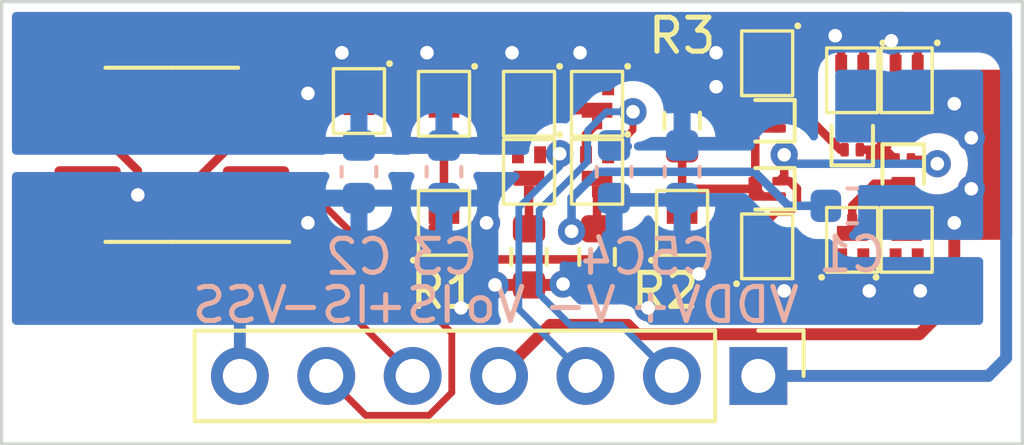
<source format=kicad_pcb>
(kicad_pcb (version 20221018) (generator pcbnew)
  (layers (0 "F.Cu" signal) (31 "B.Cu" signal) (34 "B.Paste" user) (35 "F.Paste" user) (36 "B.SilkS" user "B.Silkscreen") (37 "F.SilkS" user "F.Silkscreen") (38 "B.Mask" user) (39 "F.Mask" user) (44 "Edge.Cuts" user))
  (net 0 "")
  (net 1 "Vb1")
  (net 2 "VSS")
  (net 3 "Net-(U1-Pad3)")
  (net 4 "VDD")
  (net 5 "Vb2")
  (net 6 "Net-(Q4-D)")
  (net 7 "V-")
  (net 8 "Net-(Q6-D)")
  (net 9 "V+")
  (net 10 "Vdiff")
  (net 11 "Vamp")
  (net 12 "Net-(Q12-D)")
  (net 13 "Net-(Q10-E)")
  (net 14 "Net-(Q13-C)")
  (net 15 "Vout")
  (net 16 "Net-(Q14-C)")
  (net 17 "IS-")
  (net 18 "IS+")
  (footprint "Library:SOT8015" (layer "F.Cu") (at 42.5 47.69 180)
    (fp_text reference "Q12" hide)
    (fp_text value "2N7002KQ" hide)
    (fp_rect (start -0.75 -0.95) (end 0.75 0.95) (stroke (width 0.1)) (fill none) (layer "F.SilkS"))
    (fp_circle (center 0.9 -1.1) (end 0.95 -1.1) (stroke (width 0.1)) (fill none) (layer "F.SilkS"))
    (pad "1" smd rect (at 0.325 -0.5 180) (size 0.35 0.5) (layers "F.Cu" "F.Paste" "F.Mask") (net 5 "Vb2"))
    (pad "2" smd rect (at -0.325 -0.5 180) (size 0.35 0.5) (layers "F.Cu" "F.Paste" "F.Mask") (net 2 "VSS"))
    (pad "3" smd rect (at 0 0.19 180) (size 0.9 0.44) (layers "F.Cu" "F.Paste" "F.Mask") (net 12 "Net-(Q12-D)"))
    (pad "3" smd rect (at 0 0.58 180) (size 0.3 0.34) (layers "F.Cu" "F.Paste" "F.Mask") (net 12 "Net-(Q12-D)"))
  )
  (footprint "Resistor_SMD:R_0603_1608Metric" (layer "F.Cu") (at 40 44 -90)
    (fp_text reference "R3" (at -2.5 0) (layer "F.SilkS"))
    (fp_text value "18.7k" hide)
    (fp_line (start -0.237258 -0.5225) (end 0.237258 -0.5225) (stroke (width 0.12)) (layer "F.SilkS"))
    (fp_line (start -0.237258 0.5225) (end 0.237258 0.5225) (stroke (width 0.12)) (layer "F.SilkS"))
    (pad "1" smd roundrect (at -0.825 0 270) (size 0.8 0.95) (layers "F.Cu" "F.Paste" "F.Mask") (net 4 "VDD"))
    (pad "2" smd roundrect (at 0.825 0 270) (size 0.8 0.95) (layers "F.Cu" "F.Paste" "F.Mask") (net 11 "Vamp"))
  )
  (footprint "Library:SOT8015" (layer "F.Cu") (at 37.5 45.5)
    (fp_text reference "Q7" hide)
    (fp_text value "BSS84AK" hide)
    (fp_rect (start -0.75 -0.95) (end 0.75 0.95) (stroke (width 0.1)) (fill none) (layer "F.SilkS"))
    (fp_circle (center 0.9 -1.1) (end 0.95 -1.1) (stroke (width 0.1)) (fill none) (layer "F.SilkS"))
    (pad "1" smd rect (at 0.325 -0.5) (size 0.35 0.5) (layers "F.Cu" "F.Paste" "F.Mask") (net 9 "V+"))
    (pad "2" smd rect (at -0.325 -0.5) (size 0.35 0.5) (layers "F.Cu" "F.Paste" "F.Mask") (net 6 "Net-(Q4-D)"))
    (pad "3" smd rect (at 0 0.19) (size 0.9 0.44) (layers "F.Cu" "F.Paste" "F.Mask") (net 10 "Vdiff"))
    (pad "3" smd rect (at 0 0.58) (size 0.3 0.34) (layers "F.Cu" "F.Paste" "F.Mask") (net 10 "Vdiff"))
  )
  (footprint "Connector_PinHeader_2.54mm:PinHeader_1x07_P2.54mm_Vertical" (layer "F.Cu") (at 42.24 51.5 -90)
    (fp_text reference "J1" hide)
    (fp_text value "Conn_01x07_Pin" hide)
    (fp_line (start -1.33 -1.33) (end 0 -1.33) (stroke (width 0.12)) (layer "F.SilkS"))
    (fp_line (start -1.33 0) (end -1.33 -1.33) (stroke (width 0.12)) (layer "F.SilkS"))
    (fp_line (start -1.33 1.27) (end -1.33 16.57) (stroke (width 0.12)) (layer "F.SilkS"))
    (fp_line (start -1.33 1.27) (end 1.33 1.27) (stroke (width 0.12)) (layer "F.SilkS"))
    (fp_line (start -1.33 16.57) (end 1.33 16.57) (stroke (width 0.12)) (layer "F.SilkS"))
    (fp_line (start 1.33 1.27) (end 1.33 16.57) (stroke (width 0.12)) (layer "F.SilkS"))
    (pad "1" thru_hole rect (at 0 0 270) (size 1.7 1.7) (drill 1) (layers "*.Cu" "*.Mask") (net 4 "VDD"))
    (pad "2" thru_hole oval (at 0 2.54 270) (size 1.7 1.7) (drill 1) (layers "*.Cu" "*.Mask") (net 9 "V+"))
    (pad "3" thru_hole oval (at 0 5.08 270) (size 1.7 1.7) (drill 1) (layers "*.Cu" "*.Mask") (net 7 "V-"))
    (pad "4" thru_hole oval (at 0 7.62 270) (size 1.7 1.7) (drill 1) (layers "*.Cu" "*.Mask") (net 15 "Vout"))
    (pad "5" thru_hole oval (at 0 10.16 270) (size 1.7 1.7) (drill 1) (layers "*.Cu" "*.Mask") (net 18 "IS+"))
    (pad "6" thru_hole oval (at 0 12.7 270) (size 1.7 1.7) (drill 1) (layers "*.Cu" "*.Mask") (net 17 "IS-"))
    (pad "7" thru_hole oval (at 0 15.24 270) (size 1.7 1.7) (drill 1) (layers "*.Cu" "*.Mask") (net 2 "VSS"))
  )
  (footprint "Library:SOT8015" (layer "F.Cu") (at 37.5 43.5)
    (fp_text reference "Q5" hide)
    (fp_text value "BSS84AK" hide)
    (fp_rect (start -0.75 -0.95) (end 0.75 0.95) (stroke (width 0.1)) (fill none) (layer "F.SilkS"))
    (fp_circle (center 0.9 -1.1) (end 0.95 -1.1) (stroke (width 0.1)) (fill none) (layer "F.SilkS"))
    (pad "1" smd rect (at 0.325 -0.5) (size 0.35 0.5) (layers "F.Cu" "F.Paste" "F.Mask") (net 1 "Vb1"))
    (pad "2" smd rect (at -0.325 -0.5) (size 0.35 0.5) (layers "F.Cu" "F.Paste" "F.Mask") (net 4 "VDD"))
    (pad "3" smd rect (at 0 0.19) (size 0.9 0.44) (layers "F.Cu" "F.Paste" "F.Mask") (net 6 "Net-(Q4-D)"))
    (pad "3" smd rect (at 0 0.58) (size 0.3 0.34) (layers "F.Cu" "F.Paste" "F.Mask") (net 6 "Net-(Q4-D)"))
  )
  (footprint "Library:SOT8015" (layer "F.Cu") (at 30.5 43.42)
    (fp_text reference "Q1" hide)
    (fp_text value "BSS84AK" hide)
    (fp_rect (start -0.75 -0.95) (end 0.75 0.95) (stroke (width 0.1)) (fill none) (layer "F.SilkS"))
    (fp_circle (center 0.9 -1.1) (end 0.95 -1.1) (stroke (width 0.1)) (fill none) (layer "F.SilkS"))
    (pad "1" smd rect (at 0.325 -0.5) (size 0.35 0.5) (layers "F.Cu" "F.Paste" "F.Mask") (net 1 "Vb1"))
    (pad "2" smd rect (at -0.325 -0.5) (size 0.35 0.5) (layers "F.Cu" "F.Paste" "F.Mask") (net 4 "VDD"))
    (pad "3" smd rect (at 0 0.19) (size 0.9 0.44) (layers "F.Cu" "F.Paste" "F.Mask") (net 1 "Vb1"))
    (pad "3" smd rect (at 0 0.58) (size 0.3 0.34) (layers "F.Cu" "F.Paste" "F.Mask") (net 1 "Vb1"))
  )
  (footprint "Package_SO:SOIC-8_3.9x4.9mm_P1.27mm" (layer "F.Cu") (at 25 45 180)
    (fp_text reference "U1" hide)
    (fp_text value "REF200AU" hide)
    (fp_line (start 0 -2.56) (end -3.45 -2.56) (stroke (width 0.12)) (layer "F.SilkS"))
    (fp_line (start 0 -2.56) (end 1.95 -2.56) (stroke (width 0.12)) (layer "F.SilkS"))
    (fp_line (start 0 2.56) (end -1.95 2.56) (stroke (width 0.12)) (layer "F.SilkS"))
    (fp_line (start 0 2.56) (end 1.95 2.56) (stroke (width 0.12)) (layer "F.SilkS"))
    (pad "1" smd roundrect (at -2.475 -1.905 180) (size 1.95 0.6) (layers "F.Cu" "F.Paste" "F.Mask") (net 2 "VSS"))
    (pad "2" smd roundrect (at -2.475 -0.635 180) (size 1.95 0.6) (layers "F.Cu" "F.Paste" "F.Mask") (net 17 "IS-"))
    (pad "3" smd roundrect (at -2.475 0.635 180) (size 1.95 0.6) (layers "F.Cu" "F.Paste" "F.Mask") (net 3 "Net-(U1-Pad3)"))
    (pad "4" smd roundrect (at -2.475 1.905 180) (size 1.95 0.6) (layers "F.Cu" "F.Paste" "F.Mask") (net 4 "VDD"))
    (pad "5" smd roundrect (at 2.475 1.905 180) (size 1.95 0.6) (layers "F.Cu" "F.Paste" "F.Mask") (net 1 "Vb1"))
    (pad "6" smd roundrect (at 2.475 0.635 180) (size 1.95 0.6) (layers "F.Cu" "F.Paste" "F.Mask") (net 2 "VSS"))
    (pad "7" smd roundrect (at 2.475 -0.635 180) (size 1.95 0.6) (layers "F.Cu" "F.Paste" "F.Mask") (net 18 "IS+"))
    (pad "8" smd roundrect (at 2.475 -1.905 180) (size 1.95 0.6) (layers "F.Cu" "F.Paste" "F.Mask") (net 3 "Net-(U1-Pad3)"))
  )
  (footprint "Library:SOT8015" (layer "F.Cu") (at 33 43.5)
    (fp_text reference "Q3" hide)
    (fp_text value "BSS84AK" hide)
    (fp_rect (start -0.75 -0.95) (end 0.75 0.95) (stroke (width 0.1)) (fill none) (layer "F.SilkS"))
    (fp_circle (center 0.9 -1.1) (end 0.95 -1.1) (stroke (width 0.1)) (fill none) (layer "F.SilkS"))
    (pad "1" smd rect (at 0.325 -0.5) (size 0.35 0.5) (layers "F.Cu" "F.Paste" "F.Mask") (net 1 "Vb1"))
    (pad "2" smd rect (at -0.325 -0.5) (size 0.35 0.5) (layers "F.Cu" "F.Paste" "F.Mask") (net 4 "VDD"))
    (pad "3" smd rect (at 0 0.19) (size 0.9 0.44) (layers "F.Cu" "F.Paste" "F.Mask") (net 5 "Vb2"))
    (pad "3" smd rect (at 0 0.58) (size 0.3 0.34) (layers "F.Cu" "F.Paste" "F.Mask") (net 5 "Vb2"))
  )
  (footprint "Resistor_SMD:R_0603_1608Metric" (layer "F.Cu") (at 37.5 48 -90)
    (fp_text reference "R2" (at 1 -2) (layer "F.SilkS"))
    (fp_text value "33.2k" hide)
    (fp_line (start -0.237258 -0.5225) (end 0.237258 -0.5225) (stroke (width 0.12)) (layer "F.SilkS"))
    (fp_line (start -0.237258 0.5225) (end 0.237258 0.5225) (stroke (width 0.12)) (layer "F.SilkS"))
    (pad "1" smd roundrect (at -0.825 0 270) (size 0.8 0.95) (layers "F.Cu" "F.Paste" "F.Mask") (net 10 "Vdiff"))
    (pad "2" smd roundrect (at 0.825 0 270) (size 0.8 0.95) (layers "F.Cu" "F.Paste" "F.Mask") (net 2 "VSS"))
  )
  (footprint "Library:SOT8015" (layer "F.Cu") (at 33 47 180)
    (fp_text reference "Q2" hide)
    (fp_text value "2N7002KQ" hide)
    (fp_rect (start -0.75 -0.95) (end 0.75 0.95) (stroke (width 0.1)) (fill none) (layer "F.SilkS"))
    (fp_circle (center 0.9 -1.1) (end 0.95 -1.1) (stroke (width 0.1)) (fill none) (layer "F.SilkS"))
    (pad "1" smd rect (at 0.325 -0.5 180) (size 0.35 0.5) (layers "F.Cu" "F.Paste" "F.Mask") (net 5 "Vb2"))
    (pad "2" smd rect (at -0.325 -0.5 180) (size 0.35 0.5) (layers "F.Cu" "F.Paste" "F.Mask") (net 2 "VSS"))
    (pad "3" smd rect (at 0 0.19 180) (size 0.9 0.44) (layers "F.Cu" "F.Paste" "F.Mask") (net 5 "Vb2"))
    (pad "3" smd rect (at 0 0.58 180) (size 0.3 0.34) (layers "F.Cu" "F.Paste" "F.Mask") (net 5 "Vb2"))
  )
  (footprint "Library:SOT8015" (layer "F.Cu") (at 46.6 42.81)
    (fp_text reference "Q18" hide)
    (fp_text value "BSS84AK" hide)
    (fp_rect (start -0.75 -0.95) (end 0.75 0.95) (stroke (width 0.1)) (fill none) (layer "F.SilkS"))
    (fp_circle (center 0.9 -1.1) (end 0.95 -1.1) (stroke (width 0.1)) (fill none) (layer "F.SilkS"))
    (pad "1" smd rect (at 0.325 -0.5) (size 0.35 0.5) (layers "F.Cu" "F.Paste" "F.Mask") (net 14 "Net-(Q13-C)"))
    (pad "2" smd rect (at -0.325 -0.5) (size 0.35 0.5) (layers "F.Cu" "F.Paste" "F.Mask") (net 4 "VDD"))
    (pad "3" smd rect (at 0 0.19) (size 0.9 0.44) (layers "F.Cu" "F.Paste" "F.Mask") (net 15 "Vout"))
    (pad "3" smd rect (at 0 0.58) (size 0.3 0.34) (layers "F.Cu" "F.Paste" "F.Mask") (net 15 "Vout"))
  )
  (footprint "Resistor_SMD:R_0603_1608Metric" (layer "F.Cu") (at 35.5 48 -90)
    (fp_text reference "R1" (at 1 2.5) (layer "F.SilkS"))
    (fp_text value "33.2k" hide)
    (fp_line (start -0.237258 -0.5225) (end 0.237258 -0.5225) (stroke (width 0.12)) (layer "F.SilkS"))
    (fp_line (start -0.237258 0.5225) (end 0.237258 0.5225) (stroke (width 0.12)) (layer "F.SilkS"))
    (pad "1" smd roundrect (at -0.825 0 270) (size 0.8 0.95) (layers "F.Cu" "F.Paste" "F.Mask") (net 8 "Net-(Q6-D)"))
    (pad "2" smd roundrect (at 0.825 0 270) (size 0.8 0.95) (layers "F.Cu" "F.Paste" "F.Mask") (net 2 "VSS"))
  )
  (footprint "Package_TO_SOT_SMD:SOT-883" (layer "F.Cu") (at 42.5 46 180)
    (fp_text reference "Q9" hide)
    (fp_text value "2N2222A" hide)
    (fp_line (start -0.81 -0.61) (end 0.35 -0.61) (stroke (width 0.12)) (layer "F.SilkS"))
    (fp_line (start -0.81 0.61) (end -0.81 -0.61) (stroke (width 0.12)) (layer "F.SilkS"))
    (fp_line (start 0.35 0.61) (end -0.81 0.61) (stroke (width 0.12)) (layer "F.SilkS"))
    (pad "1" smd roundrect (at -0.35 -0.225 180) (size 0.4 0.25) (layers "F.Cu" "F.Paste" "F.Mask") (roundrect_rratio 0.2) (net 11 "Vamp"))
    (pad "2" smd roundrect (at -0.35 0.225 180) (size 0.4 0.25) (layers "F.Cu" "F.Paste" "F.Mask") (roundrect_rratio 0.2) (net 12 "Net-(Q12-D)"))
    (pad "3" smd roundrect (at 0.35 0 180) (size 0.4 0.7) (layers "F.Cu" "F.Paste" "F.Mask") (roundrect_rratio 0.125) (net 11 "Vamp"))
  )
  (footprint "Package_TO_SOT_SMD:SOT-883" (layer "F.Cu") (at 46.5 45.5 -90)
    (fp_text reference "Q14" hide)
    (fp_text value "2N2907A" hide)
    (fp_line (start -0.81 -0.61) (end 0.35 -0.61) (stroke (width 0.12)) (layer "F.SilkS"))
    (fp_line (start -0.81 0.61) (end -0.81 -0.61) (stroke (width 0.12)) (layer "F.SilkS"))
    (fp_line (start 0.35 0.61) (end -0.81 0.61) (stroke (width 0.12)) (layer "F.SilkS"))
    (pad "1" smd roundrect (at -0.35 -0.225 270) (size 0.4 0.25) (layers "F.Cu" "F.Paste" "F.Mask") (roundrect_rratio 0.2) (net 12 "Net-(Q12-D)"))
    (pad "2" smd roundrect (at -0.35 0.225 270) (size 0.4 0.25) (layers "F.Cu" "F.Paste" "F.Mask") (roundrect_rratio 0.2) (net 15 "Vout"))
    (pad "3" smd roundrect (at 0.35 0 270) (size 0.4 0.7) (layers "F.Cu" "F.Paste" "F.Mask") (roundrect_rratio 0.125) (net 16 "Net-(Q14-C)"))
  )
  (footprint "Library:SOT8015" (layer "F.Cu") (at 45 47.5 180)
    (fp_text reference "Q15" hide)
    (fp_text value "2N7002KQ" hide)
    (fp_rect (start -0.75 -0.95) (end 0.75 0.95) (stroke (width 0.1)) (fill none) (layer "F.SilkS"))
    (fp_circle (center 0.9 -1.1) (end 0.95 -1.1) (stroke (width 0.1)) (fill none) (layer "F.SilkS"))
    (pad "1" smd rect (at 0.325 -0.5 180) (size 0.35 0.5) (layers "F.Cu" "F.Paste" "F.Mask") (net 16 "Net-(Q14-C)"))
    (pad "2" smd rect (at -0.325 -0.5 180) (size 0.35 0.5) (layers "F.Cu" "F.Paste" "F.Mask") (net 2 "VSS"))
    (pad "3" smd rect (at 0 0.19 180) (size 0.9 0.44) (layers "F.Cu" "F.Paste" "F.Mask") (net 16 "Net-(Q14-C)"))
    (pad "3" smd rect (at 0 0.58 180) (size 0.3 0.34) (layers "F.Cu" "F.Paste" "F.Mask") (net 16 "Net-(Q14-C)"))
  )
  (footprint "Library:SOT8015" (layer "F.Cu") (at 35.5 43.5)
    (fp_text reference "Q4" hide)
    (fp_text value "BSS84AK" hide)
    (fp_rect (start -0.75 -0.95) (end 0.75 0.95) (stroke (width 0.1)) (fill none) (layer "F.SilkS"))
    (fp_circle (center 0.9 -1.1) (end 0.95 -1.1) (stroke (width 0.1)) (fill none) (layer "F.SilkS"))
    (pad "1" smd rect (at 0.325 -0.5) (size 0.35 0.5) (layers "F.Cu" "F.Paste" "F.Mask") (net 1 "Vb1"))
    (pad "2" smd rect (at -0.325 -0.5) (size 0.35 0.5) (layers "F.Cu" "F.Paste" "F.Mask") (net 4 "VDD"))
    (pad "3" smd rect (at 0 0.19) (size 0.9 0.44) (layers "F.Cu" "F.Paste" "F.Mask") (net 6 "Net-(Q4-D)"))
    (pad "3" smd rect (at 0 0.58) (size 0.3 0.34) (layers "F.Cu" "F.Paste" "F.Mask") (net 6 "Net-(Q4-D)"))
  )
  (footprint "Package_TO_SOT_SMD:SOT-883" (layer "F.Cu") (at 42.5 44 180)
    (fp_text reference "Q10" hide)
    (fp_text value "2N2907A" hide)
    (fp_line (start -0.81 -0.61) (end 0.35 -0.61) (stroke (width 0.12)) (layer "F.SilkS"))
    (fp_line (start -0.81 0.61) (end -0.81 -0.61) (stroke (width 0.12)) (layer "F.SilkS"))
    (fp_line (start 0.35 0.61) (end -0.81 0.61) (stroke (width 0.12)) (layer "F.SilkS"))
    (pad "1" smd roundrect (at -0.35 -0.225 180) (size 0.4 0.25) (layers "F.Cu" "F.Paste" "F.Mask") (roundrect_rratio 0.2) (net 11 "Vamp"))
    (pad "2" smd roundrect (at -0.35 0.225 180) (size 0.4 0.25) (layers "F.Cu" "F.Paste" "F.Mask") (roundrect_rratio 0.2) (net 13 "Net-(Q10-E)"))
    (pad "3" smd roundrect (at 0.35 0 180) (size 0.4 0.7) (layers "F.Cu" "F.Paste" "F.Mask") (roundrect_rratio 0.125) (net 11 "Vamp"))
  )
  (footprint "Library:SOT8015" (layer "F.Cu") (at 42.5 42.31)
    (fp_text reference "Q11" hide)
    (fp_text value "BSS84AK" hide)
    (fp_rect (start -0.75 -0.95) (end 0.75 0.95) (stroke (width 0.1)) (fill none) (layer "F.SilkS"))
    (fp_circle (center 0.9 -1.1) (end 0.95 -1.1) (stroke (width 0.1)) (fill none) (layer "F.SilkS"))
    (pad "1" smd rect (at 0.325 -0.5) (size 0.35 0.5) (layers "F.Cu" "F.Paste" "F.Mask") (net 1 "Vb1"))
    (pad "2" smd rect (at -0.325 -0.5) (size 0.35 0.5) (layers "F.Cu" "F.Paste" "F.Mask") (net 4 "VDD"))
    (pad "3" smd rect (at 0 0.19) (size 0.9 0.44) (layers "F.Cu" "F.Paste" "F.Mask") (net 13 "Net-(Q10-E)"))
    (pad "3" smd rect (at 0 0.58) (size 0.3 0.34) (layers "F.Cu" "F.Paste" "F.Mask") (net 13 "Net-(Q10-E)"))
  )
  (footprint "Library:SOT8015" (layer "F.Cu") (at 40 47 180)
    (fp_text reference "Q8" hide)
    (fp_text value "2N7002KQ" hide)
    (fp_rect (start -0.75 -0.95) (end 0.75 0.95) (stroke (width 0.1)) (fill none) (layer "F.SilkS"))
    (fp_circle (center 0.9 -1.1) (end 0.95 -1.1) (stroke (width 0.1)) (fill none) (layer "F.SilkS"))
    (pad "1" smd rect (at 0.325 -0.5 180) (size 0.35 0.5) (layers "F.Cu" "F.Paste" "F.Mask") (net 10 "Vdiff"))
    (pad "2" smd rect (at -0.325 -0.5 180) (size 0.35 0.5) (layers "F.Cu" "F.Paste" "F.Mask") (net 2 "VSS"))
    (pad "3" smd rect (at 0 0.19 180) (size 0.9 0.44) (layers "F.Cu" "F.Paste" "F.Mask") (net 11 "Vamp"))
    (pad "3" smd rect (at 0 0.58 180) (size 0.3 0.34) (layers "F.Cu" "F.Paste" "F.Mask") (net 11 "Vamp"))
  )
  (footprint "Library:SOT8015" (layer "F.Cu") (at 35.5 45.5)
    (fp_text reference "Q6" hide)
    (fp_text value "BSS84AK" hide)
    (fp_rect (start -0.75 -0.95) (end 0.75 0.95) (stroke (width 0.1)) (fill none) (layer "F.SilkS"))
    (fp_circle (center 0.9 -1.1) (end 0.95 -1.1) (stroke (width 0.1)) (fill none) (layer "F.SilkS"))
    (pad "1" smd rect (at 0.325 -0.5) (size 0.35 0.5) (layers "F.Cu" "F.Paste" "F.Mask") (net 7 "V-"))
    (pad "2" smd rect (at -0.325 -0.5) (size 0.35 0.5) (layers "F.Cu" "F.Paste" "F.Mask") (net 6 "Net-(Q4-D)"))
    (pad "3" smd rect (at 0 0.19) (size 0.9 0.44) (layers "F.Cu" "F.Paste" "F.Mask") (net 8 "Net-(Q6-D)"))
    (pad "3" smd rect (at 0 0.58) (size 0.3 0.34) (layers "F.Cu" "F.Paste" "F.Mask") (net 8 "Net-(Q6-D)"))
  )
  (footprint "Library:SOT8015" (layer "F.Cu") (at 45 42.81)
    (fp_text reference "Q17" hide)
    (fp_text value "BSS84AK" hide)
    (fp_rect (start -0.75 -0.95) (end 0.75 0.95) (stroke (width 0.1)) (fill none) (layer "F.SilkS"))
    (fp_circle (center 0.9 -1.1) (end 0.95 -1.1) (stroke (width 0.1)) (fill none) (layer "F.SilkS"))
    (pad "1" smd rect (at 0.325 -0.5) (size 0.35 0.5) (layers "F.Cu" "F.Paste" "F.Mask") (net 14 "Net-(Q13-C)"))
    (pad "2" smd rect (at -0.325 -0.5) (size 0.35 0.5) (layers "F.Cu" "F.Paste" "F.Mask") (net 4 "VDD"))
    (pad "3" smd rect (at 0 0.19) (size 0.9 0.44) (layers "F.Cu" "F.Paste" "F.Mask") (net 14 "Net-(Q13-C)"))
    (pad "3" smd rect (at 0 0.58) (size 0.3 0.34) (layers "F.Cu" "F.Paste" "F.Mask") (net 14 "Net-(Q13-C)"))
  )
  (footprint "Package_TO_SOT_SMD:SOT-883" (layer "F.Cu") (at 45 44.5 90)
    (fp_text reference "Q13" hide)
    (fp_text value "2N2222A" hide)
    (fp_line (start -0.81 -0.61) (end 0.35 -0.61) (stroke (width 0.12)) (layer "F.SilkS"))
    (fp_line (start -0.81 0.61) (end -0.81 -0.61) (stroke (width 0.12)) (layer "F.SilkS"))
    (fp_line (start 0.35 0.61) (end -0.81 0.61) (stroke (width 0.12)) (layer "F.SilkS"))
    (pad "1" smd roundrect (at -0.35 -0.225 90) (size 0.4 0.25) (layers "F.Cu" "F.Paste" "F.Mask") (roundrect_rratio 0.2) (net 13 "Net-(Q10-E)"))
    (pad "2" smd roundrect (at -0.35 0.225 90) (size 0.4 0.25) (layers "F.Cu" "F.Paste" "F.Mask") (roundrect_rratio 0.2) (net 15 "Vout"))
    (pad "3" smd roundrect (at 0.35 0 90) (size 0.4 0.7) (layers "F.Cu" "F.Paste" "F.Mask") (roundrect_rratio 0.125) (net 14 "Net-(Q13-C)"))
  )
  (footprint "Library:SOT8015" (layer "F.Cu") (at 46.6 47.5 180)
    (fp_text reference "Q16" hide)
    (fp_text value "2N7002KQ" hide)
    (fp_rect (start -0.75 -0.95) (end 0.75 0.95) (stroke (width 0.1)) (fill none) (layer "F.SilkS"))
    (fp_circle (center 0.9 -1.1) (end 0.95 -1.1) (stroke (width 0.1)) (fill none) (layer "F.SilkS"))
    (pad "1" smd rect (at 0.325 -0.5 180) (size 0.35 0.5) (layers "F.Cu" "F.Paste" "F.Mask") (net 16 "Net-(Q14-C)"))
    (pad "2" smd rect (at -0.325 -0.5 180) (size 0.35 0.5) (layers "F.Cu" "F.Paste" "F.Mask") (net 2 "VSS"))
    (pad "3" smd rect (at 0 0.19 180) (size 0.9 0.44) (layers "F.Cu" "F.Paste" "F.Mask") (net 15 "Vout"))
    (pad "3" smd rect (at 0 0.58 180) (size 0.3 0.34) (layers "F.Cu" "F.Paste" "F.Mask") (net 15 "Vout"))
  )
  (footprint "Capacitor_SMD:C_0603_1608Metric" (layer "B.Cu") (at 40 45.5 90)
    (fp_text reference "C5" (at -2.5 0 180) (layer "B.SilkS") (effects (justify mirror)))
    (fp_text value "1u" hide)
    (fp_line (start -0.14058 -0.51) (end 0.14058 -0.51) (stroke (width 0.12)) (layer "B.SilkS"))
    (fp_line (start -0.14058 0.51) (end 0.14058 0.51) (stroke (width 0.12)) (layer "B.SilkS"))
    (pad "1" smd roundrect (at -0.775 0 90) (size 0.9 0.95) (layers "B.Cu" "B.Paste" "B.Mask") (net 2 "VSS"))
    (pad "2" smd roundrect (at 0.775 0 90) (size 0.9 0.95) (layers "B.Cu" "B.Paste" "B.Mask") (net 4 "VDD"))
  )
  (footprint "Capacitor_SMD:C_0603_1608Metric" (layer "B.Cu") (at 45 46.5)
    (fp_text reference "C1" (at 0 1.43 unlocked) (layer "B.SilkS") (effects (justify mirror)))
    (fp_text value "100p" hide)
    (fp_line (start -0.14058 -0.51) (end 0.14058 -0.51) (stroke (width 0.12)) (layer "B.SilkS"))
    (fp_line (start -0.14058 0.51) (end 0.14058 0.51) (stroke (width 0.12)) (layer "B.SilkS"))
    (pad "1" smd roundrect (at -0.775 0) (size 0.9 0.95) (layers "B.Cu" "B.Paste" "B.Mask") (net 10 "Vdiff"))
    (pad "2" smd roundrect (at 0.775 0) (size 0.9 0.95) (layers "B.Cu" "B.Paste" "B.Mask") (net 15 "Vout"))
  )
  (footprint "Capacitor_SMD:C_0603_1608Metric" (layer "B.Cu") (at 38 45.5 90)
    (fp_text reference "C4" (at -2.5 0 unlocked) (layer "B.SilkS") (effects (justify mirror)))
    (fp_text value "1u" hide)
    (fp_line (start -0.14058 -0.51) (end 0.14058 -0.51) (stroke (width 0.12)) (layer "B.SilkS"))
    (fp_line (start -0.14058 0.51) (end 0.14058 0.51) (stroke (width 0.12)) (layer "B.SilkS"))
    (pad "1" smd roundrect (at -0.775 0 90) (size 0.9 0.95) (layers "B.Cu" "B.Paste" "B.Mask") (net 2 "VSS"))
    (pad "2" smd roundrect (at 0.775 0 90) (size 0.9 0.95) (layers "B.Cu" "B.Paste" "B.Mask") (net 4 "VDD"))
  )
  (footprint "Capacitor_SMD:C_0603_1608Metric" (layer "B.Cu") (at 30.5 45.5 90)
    (fp_text reference "C2" (at -2.5 0 unlocked) (layer "B.SilkS") (effects (justify mirror)))
    (fp_text value "1u" hide)
    (fp_line (start -0.14058 -0.51) (end 0.14058 -0.51) (stroke (width 0.12)) (layer "B.SilkS"))
    (fp_line (start -0.14058 0.51) (end 0.14058 0.51) (stroke (width 0.12)) (layer "B.SilkS"))
    (pad "1" smd roundrect (at -0.775 0 90) (size 0.9 0.95) (layers "B.Cu" "B.Paste" "B.Mask") (net 2 "VSS"))
    (pad "2" smd roundrect (at 0.775 0 90) (size 0.9 0.95) (layers "B.Cu" "B.Paste" "B.Mask") (net 4 "VDD"))
  )
  (footprint "Capacitor_SMD:C_0603_1608Metric" (layer "B.Cu") (at 33 45.5 90)
    (fp_text reference "C3" (at -2.5 0 180) (layer "B.SilkS") (effects (justify mirror)))
    (fp_text value "1u" hide)
    (fp_line (start -0.14058 -0.51) (end 0.14058 -0.51) (stroke (width 0.12)) (layer "B.SilkS"))
    (fp_line (start -0.14058 0.51) (end 0.14058 0.51) (stroke (width 0.12)) (layer "B.SilkS"))
    (pad "1" smd roundrect (at -0.775 0 90) (size 0.9 0.95) (layers "B.Cu" "B.Paste" "B.Mask") (net 2 "VSS"))
    (pad "2" smd roundrect (at 0.775 0 90) (size 0.9 0.95) (layers "B.Cu" "B.Paste" "B.Mask") (net 4 "VDD"))
  )
  (gr_line (start 20 53.5) (end 50 53.5) (stroke (width 0.1)) (layer "Edge.Cuts"))
  (gr_line (start 50 53.5) (end 50 40.5) (stroke (width 0.1)) (layer "Edge.Cuts"))
  (gr_line (start 50 40.5) (end 20 40.5) (stroke (width 0.1)) (layer "Edge.Cuts"))
  (gr_line (start 20 40.5) (end 20 53.5) (stroke (width 0.1)) (layer "Edge.Cuts"))
  (gr_text "Vo" (at 34.5 50) (layer "B.SilkS") (effects (font (size 1 1)) (justify bottom mirror)))
  (gr_text "VSS" (at 27 50) (layer "B.SilkS") (effects (font (size 1 1)) (justify bottom mirror)))
  (gr_text "IS-" (at 29.5 50) (layer "B.SilkS") (effects (font (size 1 1)) (justify bottom mirror)))
  (gr_text "IS+" (at 32 50) (layer "B.SilkS") (effects (font (size 1 1)) (justify bottom mirror)))
  (gr_text "V-" (at 37 50) (layer "B.SilkS") (effects (font (size 1 1)) (justify bottom mirror)))
  (gr_text "V+" (at 39.5 50) (layer "B.SilkS") (effects (font (size 1 1)) (justify bottom mirror)))
  (gr_text "VDD" (at 42 50) (layer "B.SilkS") (effects (font (size 1 1)) (justify bottom mirror)))
  (segment (start 24.385 41.235) (end 30.8 41.235) (width 0.25) (layer "F.Cu") (net 1))
  (segment (start 35.825 41.26) (end 35.8 41.235) (width 0.25) (layer "F.Cu") (net 1))
  (segment (start 33.3 41.235) (end 35.8 41.235) (width 0.25) (layer "F.Cu") (net 1))
  (segment (start 30.825 42.92) (end 30.825 43.285) (width 0.25) (layer "F.Cu") (net 1))
  (segment (start 30.825 43.285) (end 30.5 43.61) (width 0.25) (layer "F.Cu") (net 1))
  (segment (start 33.325 43) (end 33.325 41.26) (width 0.25) (layer "F.Cu") (net 1))
  (segment (start 30.825 41.26) (end 30.8 41.235) (width 0.25) (layer "F.Cu") (net 1))
  (segment (start 37.8 41.235) (end 42.5 41.235) (width 0.25) (layer "F.Cu") (net 1))
  (segment (start 30.8 41.235) (end 33.3 41.235) (width 0.25) (layer "F.Cu") (net 1))
  (segment (start 35.825 43) (end 35.825 41.26) (width 0.25) (layer "F.Cu") (net 1))
  (segment (start 37.825 43) (end 37.825 41.26) (width 0.25) (layer "F.Cu") (net 1))
  (segment (start 33.325 41.26) (end 33.3 41.235) (width 0.25) (layer "F.Cu") (net 1))
  (segment (start 35.8 41.235) (end 37.8 41.235) (width 0.25) (layer "F.Cu") (net 1))
  (segment (start 37.825 41.26) (end 37.8 41.235) (width 0.25) (layer "F.Cu") (net 1))
  (segment (start 42.825 41.56) (end 42.825 41.81) (width 0.25) (layer "F.Cu") (net 1))
  (segment (start 22.525 43.095) (end 24.385 41.235) (width 0.25) (layer "F.Cu") (net 1))
  (segment (start 30.825 42.92) (end 30.825 41.26) (width 0.25) (layer "F.Cu") (net 1))
  (segment (start 42.5 41.235) (end 42.825 41.56) (width 0.25) (layer "F.Cu") (net 1))
  (segment (start 24 46.1805) (end 24 45.463248) (width 0.25) (layer "F.Cu") (net 2))
  (segment (start 24 45.463248) (end 22.901752 44.365) (width 0.25) (layer "F.Cu") (net 2))
  (segment (start 45.325 48) (end 45.325 48.825) (width 0.25) (layer "F.Cu") (net 2))
  (segment (start 40.325 48.325) (end 40.5 48.5) (width 0.25) (layer "F.Cu") (net 2))
  (segment (start 34.5 48.825) (end 34.175 48.825) (width 0.35) (layer "F.Cu") (net 2))
  (segment (start 37.5 48.825) (end 38.325 48.825) (width 0.35) (layer "F.Cu") (net 2))
  (segment (start 45.31121 48.01379) (end 45.325 48) (width 0.25) (layer "F.Cu") (net 2))
  (segment (start 34.175 48.825) (end 33.5 49.5) (width 0.35) (layer "F.Cu") (net 2))
  (segment (start 37.5 48.825) (end 36.5255 48.825) (width 0.35) (layer "F.Cu") (net 2))
  (segment (start 45.320318 48.004682) (end 45.325 48) (width 0.25) (layer "F.Cu") (net 2))
  (segment (start 28.905 46.905) (end 29 47) (width 0.25) (layer "F.Cu") (net 2))
  (segment (start 38.325 48.825) (end 39 49.5) (width 0.35) (layer "F.Cu") (net 2))
  (segment (start 28.45 46.905) (end 27.475 46.905) (width 0.25) (layer "F.Cu") (net 2))
  (segment (start 33.325 47.5) (end 33.75 47.5) (width 0.25) (layer "F.Cu") (net 2))
  (segment (start 36.4745 48.825) (end 36.5 48.7995) (width 0.35) (layer "F.Cu") (net 2))
  (segment (start 40.325 47.5) (end 40.325 48.325) (width 0.25) (layer "F.Cu") (net 2))
  (segment (start 42.825 48.19) (end 42.825 48.825) (width 0.25) (layer "F.Cu") (net 2))
  (segment (start 34.5 48.825) (end 35.5 48.825) (width 0.35) (layer "F.Cu") (net 2))
  (segment (start 36.5255 48.825) (end 36.5 48.7995) (width 0.35) (layer "F.Cu") (net 2))
  (segment (start 35.5 48.825) (end 36.4745 48.825) (width 0.35) (layer "F.Cu") (net 2))
  (segment (start 45.325 48.825) (end 45.5 49) (width 0.25) (layer "F.Cu") (net 2))
  (segment (start 22.901752 44.365) (end 22.525 44.365) (width 0.25) (layer "F.Cu") (net 2))
  (segment (start 33.75 47.5) (end 34.25 47) (width 0.25) (layer "F.Cu") (net 2))
  (segment (start 46.925 48.925) (end 47 49) (width 0.25) (layer "F.Cu") (net 2))
  (segment (start 42.825 48.825) (end 43 49) (width 0.25) (layer "F.Cu") (net 2))
  (segment (start 27.475 46.905) (end 28.905 46.905) (width 0.25) (layer "F.Cu") (net 2))
  (segment (start 46.925 48) (end 46.925 48.925) (width 0.25) (layer "F.Cu") (net 2))
  (via (at 36.5 48.7995) (size 0.8) (drill 0.4) (layers "F.Cu" "B.Cu") (net 2))
  (via (at 47 49) (size 0.8) (drill 0.4) (layers "F.Cu" "B.Cu") (net 2))
  (via (at 24 46.1805) (size 0.8) (drill 0.4) (layers "F.Cu" "B.Cu") (net 2))
  (via (at 39 49.5) (size 0.8) (drill 0.4) (layers "F.Cu" "B.Cu") (net 2))
  (via (at 40.5 48.5) (size 0.8) (drill 0.4) (layers "F.Cu" "B.Cu") (net 2))
  (via (at 29 47) (size 0.8) (drill 0.4) (layers "F.Cu" "B.Cu") (net 2))
  (via (at 45.5 49) (size 0.8) (drill 0.4) (layers "F.Cu" "B.Cu") (net 2))
  (via (at 43 49) (size 0.8) (drill 0.4) (layers "F.Cu" "B.Cu") (net 2))
  (via (at 34.25 47) (size 0.8) (drill 0.4) (layers "F.Cu" "B.Cu") (net 2))
  (via (at 34.5 48.825) (size 0.8) (drill 0.4) (layers "F.Cu" "B.Cu") (net 2))
  (via (at 33.5 49.5) (size 0.8) (drill 0.4) (layers "F.Cu" "B.Cu") (net 2))
  (segment (start 27 51.5) (end 27 49.5) (width 0.35) (layer "B.Cu") (net 2))
  (segment (start 29 47.5) (end 29 47) (width 0.35) (layer "B.Cu") (net 2))
  (segment (start 27 49.5) (end 29 47.5) (width 0.35) (layer "B.Cu") (net 2))
  (segment (start 27 51.5) (end 27.5 51.5) (width 0.25) (layer "B.Cu") (net 2))
  (segment (start 22.525 46.905) (end 24.558248 46.905) (width 0.25) (layer "F.Cu") (net 3))
  (segment (start 27.098248 44.365) (end 27.475 44.365) (width 0.25) (layer "F.Cu") (net 3))
  (segment (start 24.558248 46.905) (end 27.098248 44.365) (width 0.25) (layer "F.Cu") (net 3))
  (segment (start 37 42) (end 37.175 42.175) (width 0.25) (layer "F.Cu") (net 4))
  (segment (start 44.675 41.675) (end 44.5 41.5) (width 0.25) (layer "F.Cu") (net 4))
  (segment (start 28.9005 43.095) (end 29 43.1945) (width 0.25) (layer "F.Cu") (net 4))
  (segment (start 35 42) (end 35.175 42.175) (width 0.25) (layer "F.Cu") (net 4))
  (segment (start 44.675 42.31) (end 44.675 41.675) (width 0.25) (layer "F.Cu") (net 4))
  (segment (start 40.825 43.175) (end 41 43) (width 0.25) (layer "F.Cu") (net 4))
  (segment (start 30.175 42.175) (end 30.175 42.92) (width 0.25) (layer "F.Cu") (net 4))
  (segment (start 32.5 42) (end 32.675 42.175) (width 0.25) (layer "F.Cu") (net 4))
  (segment (start 30 42) (end 30.175 42.175) (width 0.25) (layer "F.Cu") (net 4))
  (segment (start 42.175 41.81) (end 41.19 41.81) (width 0.25) (layer "F.Cu") (net 4))
  (segment (start 46.275 42.31) (end 46.275 41.774299) (width 0.25) (layer "F.Cu") (net 4))
  (segment (start 27.475 43.095) (end 28.9005 43.095) (width 0.25) (layer "F.Cu") (net 4))
  (segment (start 37.175 42.175) (end 37.175 43) (width 0.25) (layer "F.Cu") (net 4))
  (segment (start 46.275 41.774299) (end 46.150201 41.6495) (width 0.25) (layer "F.Cu") (net 4))
  (segment (start 40 43.175) (end 40.825 43.175) (width 0.25) (layer "F.Cu") (net 4))
  (segment (start 35.175 42.175) (end 35.175 43) (width 0.25) (layer "F.Cu") (net 4))
  (segment (start 32.675 42.175) (end 32.675 43) (width 0.25) (layer "F.Cu") (net 4))
  (segment (start 41.19 41.81) (end 41 42) (width 0.25) (layer "F.Cu") (net 4))
  (via (at 37 42) (size 0.8) (drill 0.4) (layers "F.Cu" "B.Cu") (net 4))
  (via (at 30 42) (size 0.8) (drill 0.4) (layers "F.Cu" "B.Cu") (net 4))
  (via (at 32.5 42) (size 0.8) (drill 0.4) (layers "F.Cu" "B.Cu") (net 4))
  (via (at 29 43.1945) (size 0.8) (drill 0.4) (layers "F.Cu" "B.Cu") (net 4))
  (via (at 35 42) (size 0.8) (drill 0.4) (layers "F.Cu" "B.Cu") (net 4))
  (via (at 41 43) (size 0.8) (drill 0.4) (layers "F.Cu" "B.Cu") (net 4))
  (via (at 44.5 41.5) (size 0.8) (drill 0.4) (layers "F.Cu" "B.Cu") (net 4))
  (via (at 46.150201 41.6495) (size 0.8) (drill 0.4) (layers "F.Cu" "B.Cu") (net 4))
  (via (at 41 42) (size 0.8) (drill 0.4) (layers "F.Cu" "B.Cu") (net 4))
  (segment (start 49.525 50.975) (end 49.525 41.95) (width 0.35) (layer "B.Cu") (net 4))
  (segment (start 49.525 41.95) (end 49.075 41.5) (width 0.35) (layer "B.Cu") (net 4))
  (segment (start 46.299701 41.5) (end 46.150201 41.6495) (width 0.35) (layer "B.Cu") (net 4))
  (segment (start 42.24 51.5) (end 49 51.5) (width 0.35) (layer "B.Cu") (net 4))
  (segment (start 49 51.5) (end 49.525 50.975) (width 0.35) (layer "B.Cu") (net 4))
  (segment (start 49.075 41.5) (end 46.299701 41.5) (width 0.35) (layer "B.Cu") (net 4))
  (segment (start 41.14 49.225) (end 42.175 48.19) (width 0.25) (layer "F.Cu") (net 5))
  (segment (start 39.049695 48.075) (end 40.199695 49.225) (width 0.25) (layer "F.Cu") (net 5))
  (segment (start 32.675 47.135) (end 33 46.81) (width 0.25) (layer "F.Cu") (net 5))
  (segment (start 32.675 47.5) (end 32.675 47.75) (width 0.25) (layer "F.Cu") (net 5))
  (segment (start 33 48.075) (end 39.049695 48.075) (width 0.25) (layer "F.Cu") (net 5))
  (segment (start 32.675 47.75) (end 33 48.075) (width 0.25) (layer "F.Cu") (net 5))
  (segment (start 40.199695 49.225) (end 41.14 49.225) (width 0.25) (layer "F.Cu") (net 5))
  (segment (start 32.675 47.5) (end 32.675 47.135) (width 0.25) (layer "F.Cu") (net 5))
  (segment (start 33 44.08) (end 33 46.42) (width 0.25) (layer "F.Cu") (net 5))
  (segment (start 37.175 44.405) (end 37.175 45) (width 0.25) (layer "F.Cu") (net 6))
  (segment (start 35.175 44.405) (end 35.175 45) (width 0.25) (layer "F.Cu") (net 6))
  (segment (start 35.5 43.69) (end 37.5 43.69) (width 0.25) (layer "F.Cu") (net 6))
  (segment (start 37.5 44.08) (end 37.175 44.405) (width 0.25) (layer "F.Cu") (net 6))
  (segment (start 35.5 44.08) (end 35.175 44.405) (width 0.25) (layer "F.Cu") (net 6))
  (segment (start 35.855726 44.969274) (end 35.825 45) (width 0.2) (layer "F.Cu") (net 7))
  (segment (start 36.4005 44.969274) (end 35.855726 44.969274) (width 0.2) (layer "F.Cu") (net 7))
  (via (at 36.4005 44.969274) (size 0.8) (drill 0.4) (layers "F.Cu" "B.Cu") (net 7))
  (segment (start 37.16 51.5) (end 35.2 49.54) (width 0.2) (layer "B.Cu") (net 7))
  (segment (start 36.4005 45.3495) (end 36.4005 44.969274) (width 0.2) (layer "B.Cu") (net 7))
  (segment (start 35.2 49.54) (end 35.2 46.55) (width 0.2) (layer "B.Cu") (net 7))
  (segment (start 35.2 46.55) (end 36.4005 45.3495) (width 0.2) (layer "B.Cu") (net 7))
  (segment (start 35.5 46.08) (end 35.5 47.175) (width 0.25) (layer "F.Cu") (net 8))
  (segment (start 38.555685 43.734287) (end 38.555685 44.269315) (width 0.2) (layer "F.Cu") (net 9))
  (segment (start 38.555685 44.269315) (end 37.825 45) (width 0.2) (layer "F.Cu") (net 9))
  (via (at 38.555685 43.734287) (size 0.8) (drill 0.4) (layers "F.Cu" "B.Cu") (net 9))
  (segment (start 37.773251 43.734287) (end 38.555685 43.734287) (width 0.2) (layer "B.Cu") (net 9))
  (segment (start 37.225 44.282538) (end 37.773251 43.734287) (width 0.2) (layer "B.Cu") (net 9))
  (segment (start 37.225 45.196142) (end 37.225 44.282538) (width 0.2) (layer "B.Cu") (net 9))
  (segment (start 35.8 46.621142) (end 37.225 45.196142) (width 0.2) (layer "B.Cu") (net 9))
  (segment (start 39.7 51.5) (end 38.2 50) (width 0.2) (layer "B.Cu") (net 9))
  (segment (start 38.2 50) (end 36.71055 50) (width 0.2) (layer "B.Cu") (net 9))
  (segment (start 35.8 49.08945) (end 35.8 46.621142) (width 0.2) (layer "B.Cu") (net 9))
  (segment (start 36.71055 50) (end 35.8 49.08945) (width 0.2) (layer "B.Cu") (net 9))
  (segment (start 37.425 47.25) (end 37.5 47.175) (width 0.25) (layer "F.Cu") (net 10))
  (segment (start 36.75 47.25) (end 37.425 47.25) (width 0.25) (layer "F.Cu") (net 10))
  (segment (start 37.5 47.175) (end 37.825 47.5) (width 0.25) (layer "F.Cu") (net 10))
  (segment (start 37.825 47.5) (end 39.675 47.5) (width 0.25) (layer "F.Cu") (net 10))
  (segment (start 37.5 46.08) (end 37.5 47.175) (width 0.25) (layer "F.Cu") (net 10))
  (via (at 36.75 47.25) (size 0.8) (drill 0.4) (layers "F.Cu" "B.Cu") (net 10))
  (segment (start 37.522182 45.5) (end 36.75 46.272182) (width 0.25) (layer "B.Cu") (net 10))
  (segment (start 42.125 45.5) (end 37.75 45.5) (width 0.25) (layer "B.Cu") (net 10))
  (segment (start 36.75 46.272182) (end 36.75 47.25) (width 0.25) (layer "B.Cu") (net 10))
  (segment (start 44.225 46.5) (end 43.125 46.5) (width 0.25) (layer "B.Cu") (net 10))
  (segment (start 43.125 46.5) (end 42.125 45.5) (width 0.25) (layer "B.Cu") (net 10))
  (segment (start 37.75 45.5) (end 37.522182 45.5) (width 0.25) (layer "B.Cu") (net 10))
  (segment (start 42.85 46.225) (end 42.375 46.225) (width 0.25) (layer "F.Cu") (net 11))
  (segment (start 40 46.42) (end 40 46) (width 0.25) (layer "F.Cu") (net 11))
  (segment (start 42.15 46) (end 40 46) (width 0.25) (layer "F.Cu") (net 11))
  (segment (start 42.15 44) (end 42.15 46) (width 0.25) (layer "F.Cu") (net 11))
  (segment (start 40 46) (end 40 44.825) (width 0.25) (layer "F.Cu") (net 11))
  (segment (start 42.375 44.225) (end 42.15 44) (width 0.25) (layer "F.Cu") (net 11))
  (segment (start 42.85 44.225) (end 42.375 44.225) (width 0.25) (layer "F.Cu") (net 11))
  (segment (start 42.375 46.225) (end 42.15 46) (width 0.25) (layer "F.Cu") (net 11))
  (segment (start 47.387946 45.15) (end 46.725 45.15) (width 0.25) (layer "F.Cu") (net 12))
  (segment (start 42.765 46.675) (end 43.15533 46.675) (width 0.25) (layer "F.Cu") (net 12))
  (segment (start 43.375 45.99467) (end 43.15533 45.775) (width 0.25) (layer "F.Cu") (net 12))
  (segment (start 42.5 47.11) (end 42.5 46.94) (width 0.25) (layer "F.Cu") (net 12))
  (segment (start 43 45) (end 43 45.625) (width 0.25) (layer "F.Cu") (net 12))
  (segment (start 43.15533 46.675) (end 43.375 46.45533) (width 0.25) (layer "F.Cu") (net 12))
  (segment (start 47.5 45.262054) (end 47.387946 45.15) (width 0.25) (layer "F.Cu") (net 12))
  (segment (start 43.15533 45.775) (end 42.85 45.775) (width 0.25) (layer "F.Cu") (net 12))
  (segment (start 43.375 46.45533) (end 43.375 45.99467) (width 0.25) (layer "F.Cu") (net 12))
  (segment (start 43 45.625) (end 42.85 45.775) (width 0.25) (layer "F.Cu") (net 12))
  (segment (start 42.5 46.94) (end 42.765 46.675) (width 0.25) (layer "F.Cu") (net 12))
  (via (at 43 45) (size 0.8) (drill 0.4) (layers "F.Cu" "B.Cu") (net 12))
  (via (at 47.5 45.262054) (size 0.8) (drill 0.4) (layers "F.Cu" "B.Cu") (net 12))
  (segment (start 47.5 45.262054) (end 43.262054 45.262054) (width 0.25) (layer "B.Cu") (net 12))
  (segment (start 43.262054 45.262054) (end 43 45) (width 0.25) (layer "B.Cu") (net 12))
  (segment (start 42.5 43.36967) (end 42.85 43.71967) (width 0.25) (layer "F.Cu") (net 13))
  (segment (start 44.775 44.85) (end 44.65 44.85) (width 0.25) (layer "F.Cu") (net 13))
  (segment (start 43.575 43.775) (end 42.85 43.775) (width 0.25) (layer "F.Cu") (net 13))
  (segment (start 42.85 43.71967) (end 42.85 43.775) (width 0.25) (layer "F.Cu") (net 13))
  (segment (start 42.5 43.08) (end 42.5 43.36967) (width 0.25) (layer "F.Cu") (net 13))
  (segment (start 44.65 44.85) (end 43.575 43.775) (width 0.25) (layer "F.Cu") (net 13))
  (segment (start 45.325 41.425) (end 45.8255 40.9245) (width 0.25) (layer "F.Cu") (net 14))
  (segment (start 45.325 42.31) (end 45.325 41.425) (width 0.25) (layer "F.Cu") (net 14))
  (segment (start 45.8255 40.9245) (end 46.4995 40.9245) (width 0.25) (layer "F.Cu") (net 14))
  (segment (start 45 43.39) (end 45 44.15) (width 0.25) (layer "F.Cu") (net 14))
  (segment (start 46.4995 40.9245) (end 46.925 41.35) (width 0.25) (layer "F.Cu") (net 14))
  (segment (start 46.925 41.35) (end 46.925 42.31) (width 0.25) (layer "F.Cu") (net 14))
  (segment (start 45.225 44.85) (end 45.975 44.85) (width 0.25) (layer "F.Cu") (net 15))
  (segment (start 36.12 50) (end 38.403984 50) (width 0.35) (layer "F.Cu") (net 15))
  (segment (start 38.678984 50.275) (end 46.975 50.275) (width 0.35) (layer "F.Cu") (net 15))
  (segment (start 46.975 50.275) (end 48 49.25) (width 0.35) (layer "F.Cu") (net 15))
  (segment (start 34.62 51.5) (end 36.12 50) (width 0.35) (layer "F.Cu") (net 15))
  (segment (start 38.403984 50) (end 38.678984 50.275) (width 0.35) (layer "F.Cu") (net 15))
  (segment (start 45.975 44.85) (end 46.275 45.15) (width 0.25) (layer "F.Cu") (net 15))
  (segment (start 48 49.25) (end 48 47) (width 0.35) (layer "F.Cu") (net 15))
  (via (at 48 43.5) (size 0.8) (drill 0.4) (layers "F.Cu" "B.Cu") (net 15))
  (via (at 48 47) (size 0.8) (drill 0.4) (layers "F.Cu" "B.Cu") (net 15))
  (via (at 48.5 44.5) (size 0.8) (drill 0.4) (layers "F.Cu" "B.Cu") (net 15))
  (via (at 48.5 46) (size 0.8) (drill 0.4) (layers "F.Cu" "B.Cu") (net 15))
  (segment (start 45.800305 49.725) (end 45.199695 49.725) (width 0.25) (layer "F.Cu") (net 16))
  (segment (start 45.199695 49.725) (end 44.675 49.200305) (width 0.25) (layer "F.Cu") (net 16))
  (segment (start 46.275 48) (end 46.275 49.250305) (width 0.25) (layer "F.Cu") (net 16))
  (segment (start 45.65 45.85) (end 46.5 45.85) (width 0.25) (layer "F.Cu") (net 16))
  (segment (start 44.675 49.200305) (end 44.675 48) (width 0.25) (layer "F.Cu") (net 16))
  (segment (start 45 46.5) (end 45.65 45.85) (width 0.25) (layer "F.Cu") (net 16))
  (segment (start 46.275 49.250305) (end 45.800305 49.725) (width 0.25) (layer "F.Cu") (net 16))
  (segment (start 45 46.92) (end 45 46.5) (width 0.25) (layer "F.Cu") (net 16))
  (segment (start 29.54 51.5) (end 30.698135 52.658135) (width 0.2) (layer "F.Cu") (net 17))
  (segment (start 30.698135 52.658135) (end 32.560367 52.658135) (width 0.2) (layer "F.Cu") (net 17))
  (segment (start 33.23 50.24005) (end 28.62495 45.635) (width 0.2) (layer "F.Cu") (net 17))
  (segment (start 28.62495 45.635) (end 27.475 45.635) (width 0.2) (layer "F.Cu") (net 17))
  (segment (start 32.560367 52.658135) (end 33.23 51.988502) (width 0.2) (layer "F.Cu") (net 17))
  (segment (start 33.23 51.988502) (end 33.23 50.24005) (width 0.2) (layer "F.Cu") (net 17))
  (segment (start 21 46.185) (end 21.55 45.635) (width 0.2) (layer "F.Cu") (net 18))
  (segment (start 28.085 47.505) (end 21.513604 47.505) (width 0.2) (layer "F.Cu") (net 18))
  (segment (start 21 46.991396) (end 21 46.185) (width 0.2) (layer "F.Cu") (net 18))
  (segment (start 32.08 51.5) (end 28.085 47.505) (width 0.2) (layer "F.Cu") (net 18))
  (segment (start 21.513604 47.505) (end 21 46.991396) (width 0.2) (layer "F.Cu") (net 18))
  (segment (start 21.55 45.635) (end 22.525 45.635) (width 0.2) (layer "F.Cu") (net 18))
  (zone (net 15) (net_name "Vout") (layers "F&B.Cu") (priority 2) (connect_pads yes (clearance 0.5)) (min_thickness 0.25) (fill yes (thermal_gap 0.5) (thermal_bridge_width 0.5))
    (polygon (pts (xy 44.5 47.5) (xy 44.5 42.5) (xy 50 42.5) (xy 50 47.5)))
  )
  (zone (net 2) (net_name "VSS") (layer "B.Cu") (priority 1) (connect_pads (clearance 0.5)) (min_thickness 0.25) (fill yes (thermal_gap 0.5) (thermal_bridge_width 0.5))
    (polygon (pts (xy 20 50) (xy 20 45) (xy 50 45) (xy 50 50)))
  )
  (zone (net 4) (net_name "VDD") (layer "B.Cu") (priority 1) (connect_pads (clearance 0.5)) (min_thickness 0.25) (fill yes (thermal_gap 0.5) (thermal_bridge_width 0.5))
    (polygon (pts (xy 20 40.5) (xy 20 45) (xy 50 45) (xy 50 40.5)))
  )
)
</source>
